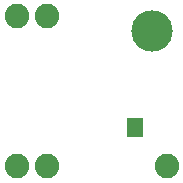
<source format=gbr>
G04 #@! TF.FileFunction,Soldermask,Bot*
%FSLAX46Y46*%
G04 Gerber Fmt 4.6, Leading zero omitted, Abs format (unit mm)*
G04 Created by KiCad (PCBNEW 4.0.6) date 07/21/17 14:00:03*
%MOMM*%
%LPD*%
G01*
G04 APERTURE LIST*
%ADD10C,0.100000*%
%ADD11C,3.505200*%
%ADD12R,1.473200X0.838200*%
%ADD13C,2.082800*%
G04 APERTURE END LIST*
D10*
D11*
X76200000Y-73660000D03*
D12*
X74803000Y-81381600D03*
X74803000Y-82194400D03*
D13*
X64770000Y-85090000D03*
X67310000Y-85090000D03*
X77470000Y-85090000D03*
X67310000Y-72390000D03*
X64770000Y-72390000D03*
M02*

</source>
